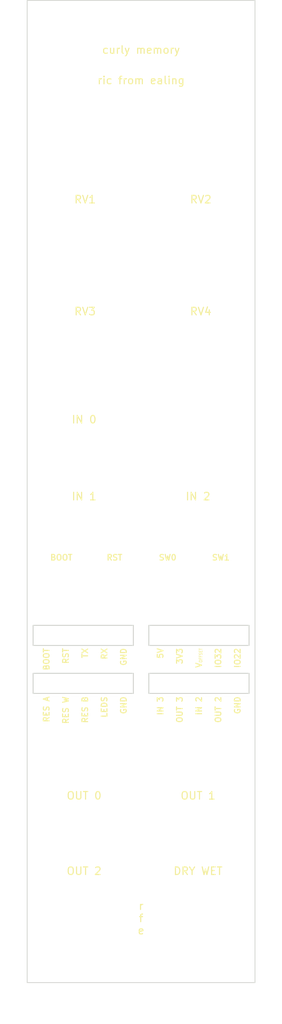
<source format=kicad_pcb>
(kicad_pcb (version 20211014) (generator pcbnew)
  (layers (0 "F.Cu" signal) (31 "B.Cu" signal) (34 "B.Paste" user) (35 "F.Paste" user) (36 "B.SilkS" user "B.Silkscreen") (37 "F.SilkS" user "F.Silkscreen") (38 "B.Mask" user) (39 "F.Mask" user) (44 "Edge.Cuts" user))
  (net 0 "")
  (footprint "mylibs6:Eurorack_screw_hole" (layer "F.Cu") (at 22.5 -11.5)
    (fp_text reference "H1" hide)
    (fp_text value "Eurorack_screw_hole")
    (pad "" np_thru_hole oval locked (at 0 0) (size 2.5 1.6) (drill oval 2.5 1.6) (layers F&B.Cu *.Mask))
  )
  (footprint "mylibs6:Thonkiconn_PJ398SM_panel" (layer "F.Cu") (at 7.5 94.9)
    (fp_text reference "J6" hide)
    (fp_text value "Thonkiconn_PJ398SM_panel")
    (pad "" np_thru_hole circle locked (at 0 0) (size 6.1 6.1) (drill 6.1) (layers *.Cu *.Mask))
  )
  (footprint "mylibs6:PTV09_panel" (layer "F.Cu") (at 7.5 6.7)
    (fp_text reference "RV4" hide)
    (fp_text value "PTV09_panel")
    (pad "" np_thru_hole circle locked (at 0 0) (size 6.5 6.5) (drill 6.5) (layers F&B.Cu *.Mask))
  )
  (footprint "mylibs6:PTV09_panel" (layer "F.Cu") (at 22.5 21.4)
    (fp_text reference "RV2" hide)
    (fp_text value "PTV09_panel")
    (pad "" np_thru_hole circle locked (at 0 0) (size 6.5 6.5) (drill 6.5) (layers F&B.Cu *.Mask))
  )
  (footprint "mylibs6:FSM14_panel" (layer "F.Cu") (at 18.5 55.8)
    (fp_text reference "SW3" hide)
    (fp_text value "FSM14J_panel")
    (pad "" np_thru_hole circle locked (at 0 0) (size 3.35 3.35) (drill 3.35) (layers F&B.Cu *.Mask))
  )
  (footprint "mylibs6:Thonkiconn_PJ398SM_panel" (layer "F.Cu") (at 7.5 85)
    (fp_text reference "J4" hide)
    (fp_text value "Thonkiconn_PJ398SM_panel")
    (pad "" np_thru_hole circle locked (at 0 0) (size 6.1 6.1) (drill 6.1) (layers *.Cu *.Mask))
  )
  (footprint "mylibs6:PTV09_panel" (layer "F.Cu") (at 7.5 21.4)
    (fp_text reference "RV3" hide)
    (fp_text value "PTV09_panel")
    (pad "" np_thru_hole circle locked (at 0 0) (size 6.5 6.5) (drill 6.5) (layers F&B.Cu *.Mask))
  )
  (footprint "mylibs6:2.54_pinheader_panel_01x05" (layer "F.Cu") (at 7.38 68.9)
    (fp_text reference "P2" hide)
    (fp_text value "2.54_pinheader_panel_01x05")
    (fp_line (start 6.6 -1.32) (end 6.6 1.32) (layer "Edge.Cuts") (width 0.12))
    (fp_line (start -6.6 -1.32) (end 6.6 -1.32) (layer "Edge.Cuts") (width 0.12))
    (fp_line (start -6.6 -1.32) (end -6.6 1.32) (layer "Edge.Cuts") (width 0.12))
    (fp_line (start -6.6 1.32) (end 6.6 1.32) (layer "Edge.Cuts") (width 0.12))
  )
  (footprint "mylibs6:2.54_pinheader_panel_01x05" (layer "F.Cu") (at 7.38 75.2)
    (fp_text reference "P3" hide)
    (fp_text value "2.54_pinheader_panel_01x05")
    (fp_line (start -6.6 1.32) (end 6.6 1.32) (layer "Edge.Cuts") (width 0.12))
    (fp_line (start -6.6 -1.32) (end -6.6 1.32) (layer "Edge.Cuts") (width 0.12))
    (fp_line (start -6.6 -1.32) (end 6.6 -1.32) (layer "Edge.Cuts") (width 0.12))
    (fp_line (start 6.6 -1.32) (end 6.6 1.32) (layer "Edge.Cuts") (width 0.12))
  )
  (footprint "mylibs6:2.54_pinheader_panel_01x05" (layer "F.Cu") (at 22.62 68.9)
    (fp_text reference "P1" hide)
    (fp_text value "2.54_pinheader_panel_01x05")
    (fp_line (start -6.6 1.32) (end 6.6 1.32) (layer "Edge.Cuts") (width 0.12))
    (fp_line (start 6.6 -1.32) (end 6.6 1.32) (layer "Edge.Cuts") (width 0.12))
    (fp_line (start -6.6 -1.32) (end -6.6 1.32) (layer "Edge.Cuts") (width 0.12))
    (fp_line (start -6.6 -1.32) (end 6.6 -1.32) (layer "Edge.Cuts") (width 0.12))
  )
  (footprint "mylibs6:2.54_pinheader_panel_01x05" (layer "F.Cu") (at 22.62 75.2)
    (fp_text reference "P4" hide)
    (fp_text value "2.54_pinheader_panel_01x05")
    (fp_line (start -6.6 -1.32) (end -6.6 1.32) (layer "Edge.Cuts") (width 0.12))
    (fp_line (start -6.6 1.32) (end 6.6 1.32) (layer "Edge.Cuts") (width 0.12))
    (fp_line (start -6.6 -1.32) (end 6.6 -1.32) (layer "Edge.Cuts") (width 0.12))
    (fp_line (start 6.6 -1.32) (end 6.6 1.32) (layer "Edge.Cuts") (width 0.12))
  )
  (footprint "mylibs6:Eurorack_screw_hole" (layer "F.Cu") (at 7.5 -11.5)
    (fp_text reference "H2" hide)
    (fp_text value "Eurorack_screw_hole")
    (pad "" np_thru_hole oval locked (at 0 0) (size 2.5 1.6) (drill oval 2.5 1.6) (layers F&B.Cu *.Mask))
  )
  (footprint "mylibs6:Thonkiconn_PJ398SM_panel" (layer "F.Cu") (at 7.5 45.7)
    (fp_text reference "J3" hide)
    (fp_text value "Thonkiconn_PJ398SM_panel")
    (pad "" np_thru_hole circle locked (at 0 0) (size 6.1 6.1) (drill 6.1) (layers *.Cu *.Mask))
  )
  (footprint "mylibs6:FSM14_panel" (layer "F.Cu") (at 4.5 55.8 55.8)
    (fp_text reference "SW2" hide)
    (fp_text value "FSM14J_panel")
    (pad "" np_thru_hole circle locked (at 0 0 55.8) (size 3.35 3.35) (drill 3.35) (layers F&B.Cu *.Mask))
  )
  (footprint "mylibs6:Thonkiconn_PJ398SM_panel" (layer "F.Cu") (at 22.5 45.7)
    (fp_text reference "J2" hide)
    (fp_text value "Thonkiconn_PJ398SM_panel")
    (pad "" np_thru_hole circle locked (at 0 0) (size 6.1 6.1) (drill 6.1) (layers *.Cu *.Mask))
  )
  (footprint "mylibs6:FSM14_panel" (layer "F.Cu") (at 25.5 55.8)
    (fp_text reference "SW4" hide)
    (fp_text value "FSM14J_panel")
    (pad "" np_thru_hole circle locked (at 0 0) (size 3.35 3.35) (drill 3.35) (layers F&B.Cu *.Mask))
  )
  (footprint "mylibs6:Eurorack_screw_hole" (layer "F.Cu") (at 7.5 111.5)
    (fp_text reference "H4" hide)
    (fp_text value "Eurorack_screw_hole")
    (pad "" np_thru_hole oval locked (at 0 0) (size 2.5 1.6) (drill oval 2.5 1.6) (layers F&B.Cu *.Mask))
  )
  (footprint "mylibs6:FSM14_panel" (layer "F.Cu") (at 11.5 55.8 55.8)
    (fp_text reference "SW1" hide)
    (fp_text value "FSM14J_panel")
    (pad "" np_thru_hole circle locked (at 0 0 55.8) (size 3.35 3.35) (drill 3.35) (layers F&B.Cu *.Mask))
  )
  (footprint "mylibs6:PTV09_panel" (layer "F.Cu") (at 22.5 6.7)
    (fp_text reference "RV1" hide)
    (fp_text value "PTV09_panel")
    (pad "" np_thru_hole circle locked (at 0 0) (size 6.5 6.5) (drill 6.5) (layers F&B.Cu *.Mask))
  )
  (footprint "mylibs6:Eurorack_screw_hole" (layer "F.Cu") (at 22.5 111.5)
    (fp_text reference "H3" hide)
    (fp_text value "Eurorack_screw_hole")
    (pad "" np_thru_hole oval locked (at 0 0) (size 2.5 1.6) (drill oval 2.5 1.6) (layers F&B.Cu *.Mask))
  )
  (footprint "mylibs6:Thonkiconn_PJ398SM_panel" (layer "F.Cu") (at 22.5 85)
    (fp_text reference "J1" hide)
    (fp_text value "Thonkiconn_PJ398SM_panel")
    (pad "" np_thru_hole circle locked (at 0 0) (size 6.1 6.1) (drill 6.1) (layers *.Cu *.Mask))
  )
  (footprint "mylibs6:Thonkiconn_PJ398SM_panel" (layer "F.Cu") (at 22.5 94.9)
    (fp_text reference "J5" hide)
    (fp_text value "Thonkiconn_PJ398SM_panel")
    (pad "" np_thru_hole circle locked (at 0 0) (size 6.1 6.1) (drill 6.1) (layers *.Cu *.Mask))
  )
  (footprint "mylibs6:Thonkiconn_PJ398SM_panel" (layer "F.Cu") (at 7.5 35.6)
    (fp_text reference "J7" hide)
    (fp_text value "Thonkiconn_PJ398SM_panel")
    (pad "" np_thru_hole circle locked (at 0 0) (size 6.1 6.1) (drill 6.1) (layers *.Cu *.Mask))
  )
  (gr_line (start 0 -14.5) (end 0 114.5) (layer "Edge.Cuts") (width 0.1))
  (gr_line (start 0 -14.5) (end 30 -14.5) (layer "Edge.Cuts") (width 0.1))
  (gr_line (start 30 -14.5) (end 30 114.5) (layer "Edge.Cuts") (width 0.1))
  (gr_line (start 0 114.5) (end 30 114.5) (layer "Edge.Cuts") (width 0.1))
  (gr_text "RES A" (at 2.54 76.835 90) (layer "F.SilkS") (effects (font (size 0.75 0.75)) (justify right)))
  (gr_text "OUT 2" (at 25.16 76.835 90) (layer "F.SilkS") (effects (font (size 0.75 0.75)) (justify right)))
  (gr_text "OUT 2" (at 7.5 99.85) (layer "F.SilkS") (effects (font (size 1 1))))
  (gr_text "RST" (at 5.08 70.485 90) (layer "F.SilkS") (effects (font (size 0.75 0.75)) (justify right)))
  (gr_text "IN 0" (at 7.5 40.55) (layer "F.SilkS") (effects (font (size 1 1))))
  (gr_text "IO22" (at 27.7 70.485 90) (layer "F.SilkS") (effects (font (size 0.75 0.75)) (justify right)))
  (gr_text "RV2" (at 22.86 11.65) (layer "F.SilkS") (effects (font (size 1 1))))
  (gr_text "RV3" (at 7.62 26.35) (layer "F.SilkS") (effects (font (size 1 1))))
  (gr_text "OUT 0" (at 7.5 89.95) (layer "F.SilkS") (effects (font (size 1 1))))
  (gr_text "BOOT" (at 4.5 58.674) (layer "F.SilkS") (effects (font (size 0.75 0.75))))
  (gr_text "GND" (at 12.7 70.485 90) (layer "F.SilkS") (effects (font (size 0.75 0.75)) (justify right)))
  (gr_text "r\nf\ne" (at 15 106.045) (layer "F.SilkS") (effects (font (size 1 1))))
  (gr_text "DRY WET" (at 22.5 99.85) (layer "F.SilkS") (effects (font (size 1 1))))
  (gr_text "IN 3" (at 17.54 76.835 90) (layer "F.SilkS") (effects (font (size 0.75 0.75)) (justify right)))
  (gr_text "3V3" (at 20.08 70.485 90) (layer "F.SilkS") (effects (font (size 0.75 0.75)) (justify right)))
  (gr_text "IN 2" (at 22.62 76.835 90) (layer "F.SilkS") (effects (font (size 0.75 0.75)) (justify right)))
  (gr_text "RST" (at 11.5 58.674) (layer "F.SilkS") (effects (font (size 0.75 0.75))))
  (gr_text "GND" (at 12.7 76.835 90) (layer "F.SilkS") (effects (font (size 0.75 0.75)) (justify right)))
  (gr_text "curly memory" (at 15 -8) (layer "F.SilkS") (effects (font (size 1 1))))
  (gr_text "TX" (at 7.62 70.485 90) (layer "F.SilkS") (effects (font (size 0.75 0.75)) (justify right)))
  (gr_text "5V" (at 17.54 70.485 90) (layer "F.SilkS") (effects (font (size 0.75 0.75)) (justify right)))
  (gr_text "SW1" (at 25.5 58.674) (layer "F.SilkS") (effects (font (size 0.75 0.75))))
  (gr_text "LEDS" (at 10.16 76.835 90) (layer "F.SilkS") (effects (font (size 0.75 0.75)) (justify right)))
  (gr_text "RV4" (at 22.86 26.35) (layer "F.SilkS") (effects (font (size 1 1))))
  (gr_text "IN 1" (at 7.5 50.65) (layer "F.SilkS") (effects (font (size 1 1))))
  (gr_text "GND" (at 27.7 76.835 90) (layer "F.SilkS") (effects (font (size 0.75 0.75)) (justify right)))
  (gr_text "BOOT" (at 2.54 70.485 90) (layer "F.SilkS") (effects (font (size 0.75 0.75)) (justify right)))
  (gr_text "RES B" (at 7.62 76.835 90) (layer "F.SilkS") (effects (font (size 0.75 0.75)) (justify right)))
  (gr_text "OFFSET" (at 22.86 71.5264 90) (layer "F.SilkS") (effects (font (size 0.4 0.35) (thickness 0.075))))
  (gr_text "V" (at 22.62 72.39 90) (layer "F.SilkS") (effects (font (size 0.75 0.75)) (justify right)))
  (gr_text "RX" (at 10.16 70.485 90) (layer "F.SilkS") (effects (font (size 0.75 0.75)) (justify right)))
  (gr_text "OUT 1" (at 22.5 89.95) (layer "F.SilkS") (effects (font (size 1 1))))
  (gr_text "RV1" (at 7.62 11.65) (layer "F.SilkS") (effects (font (size 1 1))))
  (gr_text "ric from ealing" (at 15 -4) (layer "F.SilkS") (effects (font (size 1 1))))
  (gr_text "RES W" (at 5.08 76.835 90) (layer "F.SilkS") (effects (font (size 0.75 0.75)) (justify right)))
  (gr_text "IN 2" (at 22.5 50.65) (layer "F.SilkS") (effects (font (size 1 1))))
  (gr_text "SW0" (at 18.5 58.674) (layer "F.SilkS") (effects (font (size 0.75 0.75))))
  (gr_text "IO32" (at 25.16 70.485 90) (layer "F.SilkS") (effects (font (size 0.75 0.75)) (justify right)))
  (gr_text "OUT 3" (at 20.08 76.835 90) (layer "F.SilkS") (effects (font (size 0.75 0.75)) (justify right)))
)
</source>
